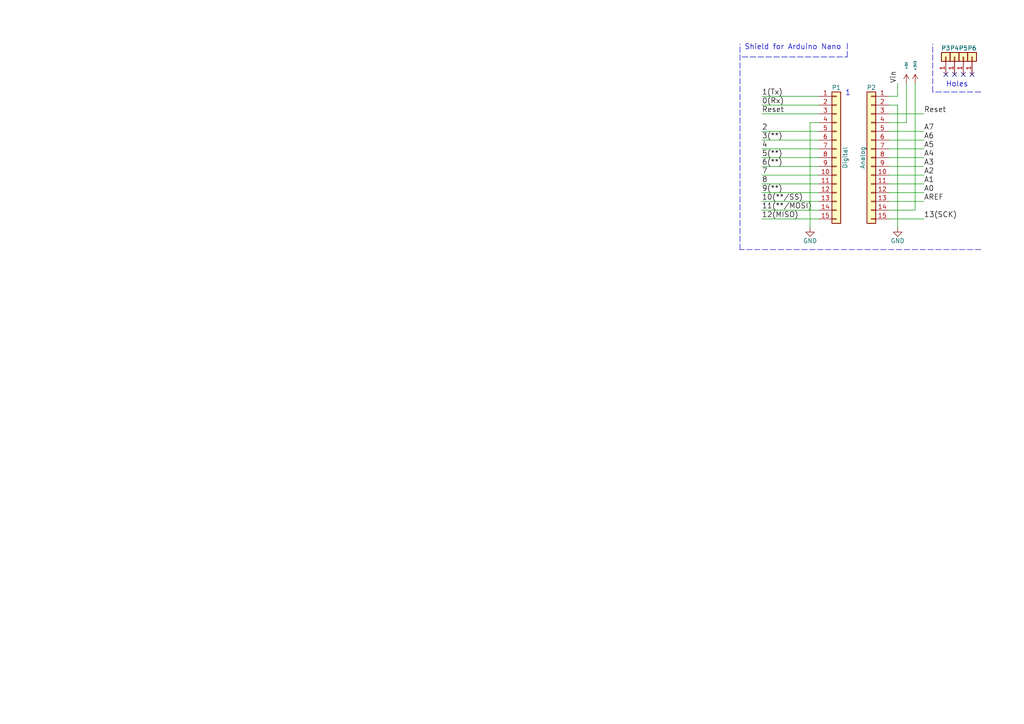
<source format=kicad_sch>
(kicad_sch (version 20210126) (generator eeschema)
  (paper "A4")
  (title_block (date "jeu. 02 avril 2015"))
  (lib_symbols
    (symbol "Connector_Generic:Conn_01x01" (pin_names (offset 1.016) hide)
      (property "Reference" "J" (at 0 2.54 0))
      (property "Value" "Conn_01x01" (at 0 -2.54 0))
      (symbol "Conn_01x01_1_1"
        (rectangle (start -1.27 0.127) (end 0 -0.127) (stroke (width 0.1524)))
        (rectangle (start -1.27 1.27) (end 1.27 -1.27) (stroke (width 0.254)) (fill (type background)))
        (pin passive line (at -5.08 0 0) (length 3.81) (name "Pin_1") (number "1"))
      )
    )
    (symbol "Connector_Generic:Conn_01x15" (pin_names (offset 1.016) hide)
      (property "Reference" "J" (at 0 20.32 0))
      (property "Value" "Conn_01x15" (at 0 -20.32 0))
      (symbol "Conn_01x15_1_1"
        (rectangle (start -1.27 -4.953) (end 0 -5.207) (stroke (width 0.1524)))
        (rectangle (start -1.27 -7.493) (end 0 -7.747) (stroke (width 0.1524)))
        (rectangle (start -1.27 -10.033) (end 0 -10.287) (stroke (width 0.1524)))
        (rectangle (start -1.27 -12.573) (end 0 -12.827) (stroke (width 0.1524)))
        (rectangle (start -1.27 -15.113) (end 0 -15.367) (stroke (width 0.1524)))
        (rectangle (start -1.27 -17.653) (end 0 -17.907) (stroke (width 0.1524)))
        (rectangle (start -1.27 -2.413) (end 0 -2.667) (stroke (width 0.1524)))
        (rectangle (start -1.27 2.667) (end 0 2.413) (stroke (width 0.1524)))
        (rectangle (start -1.27 5.207) (end 0 4.953) (stroke (width 0.1524)))
        (rectangle (start -1.27 7.747) (end 0 7.493) (stroke (width 0.1524)))
        (rectangle (start -1.27 10.287) (end 0 10.033) (stroke (width 0.1524)))
        (rectangle (start -1.27 0.127) (end 0 -0.127) (stroke (width 0.1524)))
        (rectangle (start -1.27 12.827) (end 0 12.573) (stroke (width 0.1524)))
        (rectangle (start -1.27 15.367) (end 0 15.113) (stroke (width 0.1524)))
        (rectangle (start -1.27 17.907) (end 0 17.653) (stroke (width 0.1524)))
        (rectangle (start -1.27 19.05) (end 1.27 -19.05) (stroke (width 0.254)) (fill (type background)))
        (pin passive line (at -5.08 17.78 0) (length 3.81) (name "Pin_1") (number "1"))
        (pin passive line (at -5.08 -5.08 0) (length 3.81) (name "Pin_10") (number "10"))
        (pin passive line (at -5.08 -7.62 0) (length 3.81) (name "Pin_11") (number "11"))
        (pin passive line (at -5.08 -10.16 0) (length 3.81) (name "Pin_12") (number "12"))
        (pin passive line (at -5.08 -12.7 0) (length 3.81) (name "Pin_13") (number "13"))
        (pin passive line (at -5.08 -15.24 0) (length 3.81) (name "Pin_14") (number "14"))
        (pin passive line (at -5.08 -17.78 0) (length 3.81) (name "Pin_15") (number "15"))
        (pin passive line (at -5.08 15.24 0) (length 3.81) (name "Pin_2") (number "2"))
        (pin passive line (at -5.08 12.7 0) (length 3.81) (name "Pin_3") (number "3"))
        (pin passive line (at -5.08 10.16 0) (length 3.81) (name "Pin_4") (number "4"))
        (pin passive line (at -5.08 7.62 0) (length 3.81) (name "Pin_5") (number "5"))
        (pin passive line (at -5.08 5.08 0) (length 3.81) (name "Pin_6") (number "6"))
        (pin passive line (at -5.08 2.54 0) (length 3.81) (name "Pin_7") (number "7"))
        (pin passive line (at -5.08 0 0) (length 3.81) (name "Pin_8") (number "8"))
        (pin passive line (at -5.08 -2.54 0) (length 3.81) (name "Pin_9") (number "9"))
      )
    )
    (symbol "power:+3V3" (power) (pin_names (offset 0))
      (property "Value" "+3V3" (at 0 3.556 0))
      (symbol "+3V3_0_1"
        (polyline (pts (xy -0.762 1.27) (xy 0 2.54)))
        (polyline (pts (xy 0 0) (xy 0 2.54)))
        (polyline (pts (xy 0 2.54) (xy 0.762 1.27)))
      )
      (symbol "+3V3_1_1"
        (pin power_in line (at 0 0 90) (length 0) hide (name "+3V3") (number "1"))
      )
    )
    (symbol "power:+5V" (power) (pin_names (offset 0))
      (property "Value" "+5V" (at 0 3.556 0))
      (symbol "+5V_0_1"
        (polyline (pts (xy -0.762 1.27) (xy 0 2.54)))
        (polyline (pts (xy 0 0) (xy 0 2.54)))
        (polyline (pts (xy 0 2.54) (xy 0.762 1.27)))
      )
      (symbol "+5V_1_1"
        (pin power_in line (at 0 0 90) (length 0) hide (name "+5V") (number "1"))
      )
    )
    (symbol "power:GND" (power) (pin_names (offset 0))
      (property "Value" "GND" (at 0 -3.81 0))
      (symbol "GND_0_1"
        (polyline (pts (xy 0 0) (xy 0 -1.27) (xy 1.27 -1.27) (xy 0 -2.54) (xy -1.27 -1.27) (xy 0 -1.27)))
      )
      (symbol "GND_1_1"
        (pin power_in line (at 0 0 270) (length 0) hide (name "GND") (number "1"))
      )
    )
  )
  (no_connect (at 274.32 21.59))
  (no_connect (at 276.86 21.59))
  (no_connect (at 279.4 21.59))
  (no_connect (at 281.94 21.59))
  (wire (pts (xy 220.98 30.48) (xy 237.49 30.48)))
  (wire (pts (xy 220.98 38.1) (xy 237.49 38.1)))
  (wire (pts (xy 220.98 43.18) (xy 237.49 43.18)))
  (wire (pts (xy 220.98 48.26) (xy 237.49 48.26)))
  (wire (pts (xy 220.98 53.34) (xy 237.49 53.34)))
  (wire (pts (xy 220.98 58.42) (xy 237.49 58.42)))
  (wire (pts (xy 220.98 63.5) (xy 237.49 63.5)))
  (wire (pts (xy 234.95 35.56) (xy 234.95 66.04)))
  (wire (pts (xy 237.49 27.94) (xy 220.98 27.94)))
  (wire (pts (xy 237.49 33.02) (xy 220.98 33.02)))
  (wire (pts (xy 237.49 35.56) (xy 234.95 35.56)))
  (wire (pts (xy 237.49 40.64) (xy 220.98 40.64)))
  (wire (pts (xy 237.49 45.72) (xy 220.98 45.72)))
  (wire (pts (xy 237.49 50.8) (xy 220.98 50.8)))
  (wire (pts (xy 237.49 55.88) (xy 220.98 55.88)))
  (wire (pts (xy 237.49 60.96) (xy 220.98 60.96)))
  (wire (pts (xy 257.81 27.94) (xy 260.35 27.94)))
  (wire (pts (xy 257.81 38.1) (xy 267.97 38.1)))
  (wire (pts (xy 257.81 45.72) (xy 267.97 45.72)))
  (wire (pts (xy 257.81 53.34) (xy 267.97 53.34)))
  (wire (pts (xy 257.81 63.5) (xy 267.97 63.5)))
  (wire (pts (xy 260.35 27.94) (xy 260.35 24.13)))
  (wire (pts (xy 260.35 30.48) (xy 257.81 30.48)))
  (wire (pts (xy 260.35 66.04) (xy 260.35 30.48)))
  (wire (pts (xy 262.89 24.13) (xy 262.89 35.56)))
  (wire (pts (xy 262.89 35.56) (xy 257.81 35.56)))
  (wire (pts (xy 265.43 24.13) (xy 265.43 60.96)))
  (wire (pts (xy 265.43 60.96) (xy 257.81 60.96)))
  (wire (pts (xy 267.97 33.02) (xy 257.81 33.02)))
  (wire (pts (xy 267.97 40.64) (xy 257.81 40.64)))
  (wire (pts (xy 267.97 43.18) (xy 257.81 43.18)))
  (wire (pts (xy 267.97 48.26) (xy 257.81 48.26)))
  (wire (pts (xy 267.97 50.8) (xy 257.81 50.8)))
  (wire (pts (xy 267.97 55.88) (xy 257.81 55.88)))
  (wire (pts (xy 267.97 58.42) (xy 257.81 58.42)))
  (polyline (pts (xy 214.63 72.39) (xy 214.63 12.7)) (stroke (width 0) (type dash)))
  (polyline (pts (xy 215.265 16.51) (xy 245.745 16.51)) (stroke (width 0) (type dash)))
  (polyline (pts (xy 245.745 16.51) (xy 245.745 12.065)) (stroke (width 0) (type dash)))
  (polyline (pts (xy 270.51 26.67) (xy 270.51 12.7)) (stroke (width 0) (type dash)))
  (polyline (pts (xy 284.48 26.67) (xy 270.51 26.67)) (stroke (width 0) (type dash)))
  (polyline (pts (xy 284.48 72.39) (xy 214.63 72.39)) (stroke (width 0) (type dash)))
  (text "Shield for Arduino Nano" (at 215.9 14.605 0) (effects (font (size 1.524 1.524)) (justify left bottom)))
  (text "1" (at 245.11 27.94 0) (effects (font (size 1.524 1.524)) (justify left bottom)))
  (text "Holes" (at 274.32 25.4 0) (effects (font (size 1.524 1.524)) (justify left bottom)))
  (label "1(Tx)" (at 220.98 27.94 0) (effects (font (size 1.524 1.524))))
  (label "0(Rx)" (at 220.98 30.48 0) (effects (font (size 1.524 1.524))))
  (label "Reset" (at 220.98 33.02 0) (effects (font (size 1.524 1.524))))
  (label "2" (at 220.98 38.1 0) (effects (font (size 1.524 1.524))))
  (label "3(**)" (at 220.98 40.64 0) (effects (font (size 1.524 1.524))))
  (label "4" (at 220.98 43.18 0) (effects (font (size 1.524 1.524))))
  (label "5(**)" (at 220.98 45.72 0) (effects (font (size 1.524 1.524))))
  (label "6(**)" (at 220.98 48.26 0) (effects (font (size 1.524 1.524))))
  (label "7" (at 220.98 50.8 0) (effects (font (size 1.524 1.524))))
  (label "8" (at 220.98 53.34 0) (effects (font (size 1.524 1.524))))
  (label "9(**)" (at 220.98 55.88 0) (effects (font (size 1.524 1.524))))
  (label "10(**/SS)" (at 220.98 58.42 0) (effects (font (size 1.524 1.524))))
  (label "11(**/MOSI)" (at 220.98 60.96 0) (effects (font (size 1.524 1.524))))
  (label "12(MISO)" (at 220.98 63.5 0) (effects (font (size 1.524 1.524))))
  (label "Vin" (at 260.35 24.13 90) (effects (font (size 1.524 1.524))))
  (label "Reset" (at 267.97 33.02 0) (effects (font (size 1.524 1.524))))
  (label "A7" (at 267.97 38.1 0) (effects (font (size 1.524 1.524))))
  (label "A6" (at 267.97 40.64 0) (effects (font (size 1.524 1.524))))
  (label "A5" (at 267.97 43.18 0) (effects (font (size 1.524 1.524))))
  (label "A4" (at 267.97 45.72 0) (effects (font (size 1.524 1.524))))
  (label "A3" (at 267.97 48.26 0) (effects (font (size 1.524 1.524))))
  (label "A2" (at 267.97 50.8 0) (effects (font (size 1.524 1.524))))
  (label "A1" (at 267.97 53.34 0) (effects (font (size 1.524 1.524))))
  (label "A0" (at 267.97 55.88 0) (effects (font (size 1.524 1.524))))
  (label "AREF" (at 267.97 58.42 0) (effects (font (size 1.524 1.524))))
  (label "13(SCK)" (at 267.97 63.5 0) (effects (font (size 1.524 1.524))))
  (symbol (lib_id "power:+5V") (at 262.89 24.13 0) (unit 1)
    (property "Reference" "#PWR03" (effects hide))
    (property "Value" "+5V" (at 262.89 19.05 90) (effects (font (size 0.7112 0.7112))))
  )
  (symbol (lib_id "power:+3V3") (at 265.43 24.13 0) (unit 1)
    (property "Reference" "#PWR04" (effects hide))
    (property "Value" "+3.3V" (at 265.43 19.05 90) (effects (font (size 0.7112 0.7112))))
  )
  (symbol (lib_id "power:GND") (at 234.95 66.04 0) (unit 1)
    (property "Reference" "#PWR01" (effects hide))
    (property "Value" "GND" (at 234.95 69.85 0))
  )
  (symbol (lib_id "power:GND") (at 260.35 66.04 0) (unit 1)
    (property "Reference" "#PWR02" (effects hide))
    (property "Value" "GND" (at 260.35 69.85 0))
  )
  (symbol (lib_id "Connector_Generic:Conn_01x01") (at 274.32 16.51 90) (unit 1)
    (property "Reference" "P3" (at 274.32 13.97 90))
    (property "Value" "CONN_01X01" (effects hide))
    (property "Footprint" "Socket_Arduino_Nano:1pin_Nano" (effects hide))
  )
  (symbol (lib_id "Connector_Generic:Conn_01x01") (at 276.86 16.51 90) (unit 1)
    (property "Reference" "P4" (at 276.86 13.97 90))
    (property "Value" "CONN_01X01" (effects hide))
    (property "Footprint" "Socket_Arduino_Nano:1pin_Nano" (effects hide))
  )
  (symbol (lib_id "Connector_Generic:Conn_01x01") (at 279.4 16.51 90) (unit 1)
    (property "Reference" "P5" (at 279.4 13.97 90))
    (property "Value" "CONN_01X01" (effects hide))
    (property "Footprint" "Socket_Arduino_Nano:1pin_Nano" (effects hide))
  )
  (symbol (lib_id "Connector_Generic:Conn_01x01") (at 281.94 16.51 90) (unit 1)
    (property "Reference" "P6" (at 281.94 13.97 90))
    (property "Value" "CONN_01X01" (effects hide))
    (property "Footprint" "Socket_Arduino_Nano:1pin_Nano" (effects hide))
  )
  (symbol (lib_id "Connector_Generic:Conn_01x15") (at 242.57 45.72 0) (unit 1)
    (property "Reference" "P1" (at 242.57 25.4 0))
    (property "Value" "Digital" (at 245.11 45.72 90))
    (property "Footprint" "Socket_Arduino_Nano:Socket_Strip_Arduino_1x15" (effects hide))
  )
  (symbol (lib_id "Connector_Generic:Conn_01x15") (at 252.73 45.72 0) (mirror y) (unit 1)
    (property "Reference" "P2" (at 252.73 25.4 0))
    (property "Value" "Analog" (at 250.19 45.72 90))
    (property "Footprint" "Socket_Arduino_Nano:Socket_Strip_Arduino_1x15" (effects hide))
  )
)
</source>
